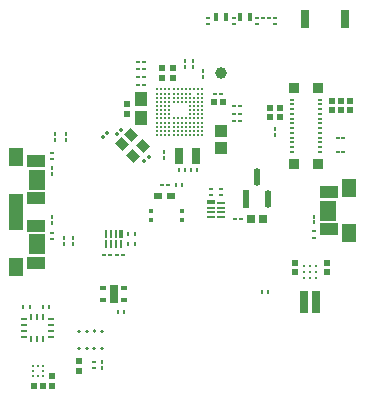
<source format=gtp>
G04*
G04 #@! TF.GenerationSoftware,Altium Limited,Altium Designer,24.9.1 (31)*
G04*
G04 Layer_Color=8421504*
%FSLAX44Y44*%
%MOMM*%
G71*
G04*
G04 #@! TF.SameCoordinates,7AD2B3B8-D285-4593-8982-C88D0E3F9F4F*
G04*
G04*
G04 #@! TF.FilePolarity,Positive*
G04*
G01*
G75*
%ADD15C,0.1750*%
%ADD16R,1.5000X1.0000*%
%ADD17R,1.3500X1.8000*%
%ADD18R,1.2500X1.5700*%
%ADD19R,0.4500X0.4500*%
%ADD20C,0.2170*%
%ADD21R,0.6600X0.2200*%
%ADD22R,0.6600X0.3200*%
%ADD23R,0.3000X0.2800*%
%ADD24R,0.2500X0.3500*%
%ADD25R,0.3500X0.2500*%
G04:AMPARAMS|DCode=26|XSize=0.25mm|YSize=0.35mm|CornerRadius=0mm|HoleSize=0mm|Usage=FLASHONLY|Rotation=315.000|XOffset=0mm|YOffset=0mm|HoleType=Round|Shape=Rectangle|*
%AMROTATEDRECTD26*
4,1,4,-0.2121,-0.0354,0.0354,0.2121,0.2121,0.0354,-0.0354,-0.2121,-0.2121,-0.0354,0.0*
%
%ADD26ROTATEDRECTD26*%

%ADD27R,0.4725X0.4682*%
%ADD28R,0.2800X0.3000*%
%ADD29R,0.4750X0.2500*%
%ADD30R,0.2500X0.4750*%
%ADD31C,0.2080*%
%ADD32R,0.4682X0.4725*%
%ADD33R,0.2200X0.6600*%
%ADD34R,0.3200X0.6600*%
%ADD35R,0.7000X0.5000*%
%ADD36C,1.0000*%
%ADD37R,0.5500X0.3500*%
%ADD38R,0.7000X1.6000*%
G04:AMPARAMS|DCode=39|XSize=1.94mm|YSize=0.76mm|CornerRadius=0.19mm|HoleSize=0mm|Usage=FLASHONLY|Rotation=90.000|XOffset=0mm|YOffset=0mm|HoleType=Round|Shape=RoundedRectangle|*
%AMROUNDEDRECTD39*
21,1,1.9400,0.3800,0,0,90.0*
21,1,1.5600,0.7600,0,0,90.0*
1,1,0.3800,0.1900,0.7800*
1,1,0.3800,0.1900,-0.7800*
1,1,0.3800,-0.1900,-0.7800*
1,1,0.3800,-0.1900,0.7800*
%
%ADD39ROUNDEDRECTD39*%
%ADD40R,1.0200X1.0600*%
%ADD41R,0.6957X0.6825*%
%ADD42R,0.3500X0.6500*%
%ADD43R,1.1062X1.2549*%
%ADD44R,0.7500X1.4000*%
G04:AMPARAMS|DCode=45|XSize=1.5242mm|YSize=0.578mm|CornerRadius=0.289mm|HoleSize=0mm|Usage=FLASHONLY|Rotation=90.000|XOffset=0mm|YOffset=0mm|HoleType=Round|Shape=RoundedRectangle|*
%AMROUNDEDRECTD45*
21,1,1.5242,0.0000,0,0,90.0*
21,1,0.9463,0.5780,0,0,90.0*
1,1,0.5780,0.0000,0.4731*
1,1,0.5780,0.0000,-0.4731*
1,1,0.5780,0.0000,-0.4731*
1,1,0.5780,0.0000,0.4731*
%
%ADD45ROUNDEDRECTD45*%
%ADD46R,0.5780X1.5242*%
%ADD47R,0.8000X1.6000*%
G04:AMPARAMS|DCode=48|XSize=0.9mm|YSize=0.8mm|CornerRadius=0mm|HoleSize=0mm|Usage=FLASHONLY|Rotation=135.000|XOffset=0mm|YOffset=0mm|HoleType=Round|Shape=Rectangle|*
%AMROTATEDRECTD48*
4,1,4,0.6010,-0.0354,0.0354,-0.6010,-0.6010,0.0354,-0.0354,0.6010,0.6010,-0.0354,0.0*
%
%ADD48ROTATEDRECTD48*%

%ADD49R,0.9200X0.9000*%
%ADD50R,0.4000X0.2000*%
%ADD51C,0.2900*%
G04:AMPARAMS|DCode=52|XSize=0.28mm|YSize=0.3mm|CornerRadius=0mm|HoleSize=0mm|Usage=FLASHONLY|Rotation=45.000|XOffset=0mm|YOffset=0mm|HoleType=Round|Shape=Rectangle|*
%AMROTATEDRECTD52*
4,1,4,0.0071,-0.2051,-0.2051,0.0071,-0.0071,0.2051,0.2051,-0.0071,0.0071,-0.2051,0.0*
%
%ADD52ROTATEDRECTD52*%

D15*
X85325Y81870D02*
G03*
X85325Y81870I-875J0D01*
G01*
X78825D02*
G03*
X78825Y81870I-875J0D01*
G01*
X72325D02*
G03*
X72325Y81870I-875J0D01*
G01*
X65825D02*
G03*
X65825Y81870I-875J0D01*
G01*
Y67370D02*
G03*
X65825Y67370I-875J0D01*
G01*
X72325D02*
G03*
X72325Y67370I-875J0D01*
G01*
X78825D02*
G03*
X78825Y67370I-875J0D01*
G01*
X85325D02*
G03*
X85325Y67370I-875J0D01*
G01*
D16*
X28360Y225765D02*
D03*
Y194765D02*
D03*
X28360Y140126D02*
D03*
Y171125D02*
D03*
X276860Y199650D02*
D03*
Y168650D02*
D03*
D17*
X29110Y210266D02*
D03*
X29110Y155625D02*
D03*
X276110Y184150D02*
D03*
D18*
X11610Y190916D02*
D03*
Y229615D02*
D03*
X11610Y174975D02*
D03*
Y136275D02*
D03*
X293610Y164800D02*
D03*
Y203500D02*
D03*
D19*
X125430Y183757D02*
D03*
X151930Y183757D02*
D03*
X125430Y176258D02*
D03*
X151930Y176258D02*
D03*
D20*
X169412Y248195D02*
D03*
X165912D02*
D03*
X162412D02*
D03*
X158912D02*
D03*
X155412D02*
D03*
X151912D02*
D03*
X148412D02*
D03*
X144912D02*
D03*
X141412D02*
D03*
X137912D02*
D03*
X134412D02*
D03*
X130912D02*
D03*
X169412Y251695D02*
D03*
X165912D02*
D03*
X162412D02*
D03*
X158912D02*
D03*
X155412D02*
D03*
X151912D02*
D03*
X148412D02*
D03*
X144912D02*
D03*
X141412D02*
D03*
X137912D02*
D03*
X134412D02*
D03*
X130912D02*
D03*
X169412Y255195D02*
D03*
X165912D02*
D03*
X162412D02*
D03*
X158912D02*
D03*
X155412D02*
D03*
X151912D02*
D03*
X148412D02*
D03*
X144912D02*
D03*
X141412D02*
D03*
X137912D02*
D03*
X134412D02*
D03*
X130912D02*
D03*
X169412Y258695D02*
D03*
X165912D02*
D03*
X162412D02*
D03*
X158912D02*
D03*
X155412D02*
D03*
X151912D02*
D03*
X148412D02*
D03*
X144912D02*
D03*
X141412D02*
D03*
X137912D02*
D03*
X134412D02*
D03*
X130912D02*
D03*
X169412Y262195D02*
D03*
X165912D02*
D03*
X162412D02*
D03*
X158912D02*
D03*
X155412D02*
D03*
X151912D02*
D03*
X148412D02*
D03*
X144912D02*
D03*
X141412D02*
D03*
X137912D02*
D03*
X134412D02*
D03*
X130912D02*
D03*
X169412Y265695D02*
D03*
X165912D02*
D03*
X162412D02*
D03*
X158912D02*
D03*
X141412D02*
D03*
X137912D02*
D03*
X134412D02*
D03*
X130912D02*
D03*
X169412Y269195D02*
D03*
X165912D02*
D03*
X162412D02*
D03*
X158912D02*
D03*
X141412D02*
D03*
X137912D02*
D03*
X134412D02*
D03*
X130912D02*
D03*
X169412Y272695D02*
D03*
X165912D02*
D03*
X162412D02*
D03*
X158912D02*
D03*
X141412D02*
D03*
X137912D02*
D03*
X134412D02*
D03*
X130912D02*
D03*
X169412Y276195D02*
D03*
X165912D02*
D03*
X162412D02*
D03*
X158912D02*
D03*
X155412D02*
D03*
X151912D02*
D03*
X148412D02*
D03*
X144912D02*
D03*
X141412D02*
D03*
X137912D02*
D03*
X134412D02*
D03*
X130912D02*
D03*
X169412Y279695D02*
D03*
X165912D02*
D03*
X162412D02*
D03*
X158912D02*
D03*
X155412D02*
D03*
X151912D02*
D03*
X148412D02*
D03*
X144912D02*
D03*
X141412D02*
D03*
X137912D02*
D03*
X134412D02*
D03*
X130912D02*
D03*
X169412Y283195D02*
D03*
X165912D02*
D03*
X158912D02*
D03*
X155412D02*
D03*
X151912D02*
D03*
X148412D02*
D03*
X144912D02*
D03*
X141412D02*
D03*
X137912D02*
D03*
X134412D02*
D03*
X130912D02*
D03*
X169412Y286695D02*
D03*
X165912D02*
D03*
X162412D02*
D03*
X158912D02*
D03*
X155412D02*
D03*
X151912D02*
D03*
X148412D02*
D03*
X144912D02*
D03*
X141412D02*
D03*
X137912D02*
D03*
X134412D02*
D03*
X130912D02*
D03*
D21*
X185167Y190726D02*
D03*
Y186726D02*
D03*
Y182726D02*
D03*
Y178726D02*
D03*
X176767D02*
D03*
Y182726D02*
D03*
Y186726D02*
D03*
D22*
Y191226D02*
D03*
D23*
Y197426D02*
D03*
Y202726D02*
D03*
X185167Y197426D02*
D03*
Y202726D02*
D03*
X77450Y56131D02*
D03*
Y50831D02*
D03*
X264245Y161206D02*
D03*
Y166506D02*
D03*
X41910Y232855D02*
D03*
Y227556D02*
D03*
X231100Y341780D02*
D03*
Y347080D02*
D03*
X196042Y341780D02*
D03*
Y347080D02*
D03*
X174275Y342080D02*
D03*
Y347380D02*
D03*
X41910Y165190D02*
D03*
Y159890D02*
D03*
X215860Y341780D02*
D03*
Y347080D02*
D03*
D24*
X154645Y311054D02*
D03*
Y306054D02*
D03*
X161327Y311054D02*
D03*
Y306054D02*
D03*
X59605Y155625D02*
D03*
Y160625D02*
D03*
X136827Y229035D02*
D03*
Y234035D02*
D03*
X84450Y50807D02*
D03*
Y55807D02*
D03*
X170180Y297300D02*
D03*
Y302300D02*
D03*
X264160Y174070D02*
D03*
Y179070D02*
D03*
X41910Y220515D02*
D03*
Y215515D02*
D03*
X230684Y252999D02*
D03*
Y247999D02*
D03*
X41910Y178334D02*
D03*
Y173334D02*
D03*
X44450Y249021D02*
D03*
Y244021D02*
D03*
X53816D02*
D03*
Y249021D02*
D03*
X52070Y160625D02*
D03*
Y155625D02*
D03*
D25*
X288770Y246000D02*
D03*
X283770D02*
D03*
X114500Y304050D02*
D03*
Y290830D02*
D03*
Y297434D02*
D03*
Y310210D02*
D03*
X97214Y146400D02*
D03*
X102214D02*
D03*
X119500Y310210D02*
D03*
Y304050D02*
D03*
Y297434D02*
D03*
Y290830D02*
D03*
X196140Y259861D02*
D03*
X201140D02*
D03*
X196140Y266307D02*
D03*
X201140D02*
D03*
X196140Y272861D02*
D03*
X201140D02*
D03*
X86014Y146400D02*
D03*
X91014D02*
D03*
X134958Y205868D02*
D03*
X139958D02*
D03*
X185380Y283195D02*
D03*
X180380D02*
D03*
X283770Y234000D02*
D03*
X288770D02*
D03*
X201850Y177320D02*
D03*
X196850D02*
D03*
X220940Y347080D02*
D03*
X225940D02*
D03*
D26*
X88900Y250190D02*
D03*
X85365Y246654D02*
D03*
D27*
X135497Y304752D02*
D03*
Y296709D02*
D03*
X144145Y304752D02*
D03*
Y296709D02*
D03*
X42072Y43933D02*
D03*
Y35890D02*
D03*
X64950Y48528D02*
D03*
Y56571D02*
D03*
X105331Y265941D02*
D03*
Y273984D02*
D03*
X294640Y277021D02*
D03*
Y268978D02*
D03*
X287020Y277021D02*
D03*
Y268978D02*
D03*
X279400Y277021D02*
D03*
Y268978D02*
D03*
X274550Y132033D02*
D03*
Y140076D02*
D03*
X247650D02*
D03*
Y132033D02*
D03*
D28*
X39886Y102365D02*
D03*
X34586D02*
D03*
X23011Y102350D02*
D03*
X17711D02*
D03*
X106704Y164590D02*
D03*
X112004D02*
D03*
X106704Y156190D02*
D03*
X112004D02*
D03*
X151912Y205740D02*
D03*
X146612D02*
D03*
X154562Y218420D02*
D03*
X149262D02*
D03*
X159762D02*
D03*
X165062D02*
D03*
X219955Y115061D02*
D03*
X225255D02*
D03*
X97882Y98270D02*
D03*
X103182D02*
D03*
D29*
X41246Y77085D02*
D03*
Y82085D02*
D03*
Y87085D02*
D03*
Y92085D02*
D03*
X17986D02*
D03*
Y87085D02*
D03*
Y82085D02*
D03*
Y77085D02*
D03*
D30*
X34616Y93715D02*
D03*
X29616D02*
D03*
X24616D02*
D03*
Y75455D02*
D03*
X29616D02*
D03*
X34616D02*
D03*
D31*
X26351Y44267D02*
D03*
Y48267D02*
D03*
Y52267D02*
D03*
X30352Y44267D02*
D03*
Y52267D02*
D03*
X34351Y44267D02*
D03*
Y48267D02*
D03*
Y52267D02*
D03*
D32*
X26458Y35859D02*
D03*
X34501D02*
D03*
X234706Y271257D02*
D03*
X226663D02*
D03*
X234706Y263637D02*
D03*
X226663D02*
D03*
X178859Y276195D02*
D03*
X186901D02*
D03*
D33*
X100114Y156190D02*
D03*
X96114D02*
D03*
X92114D02*
D03*
X88115D02*
D03*
Y164590D02*
D03*
X92114D02*
D03*
X96114D02*
D03*
D34*
X100615D02*
D03*
D35*
X143085Y196489D02*
D03*
X132086D02*
D03*
D36*
X185420Y300550D02*
D03*
D37*
X103364Y108318D02*
D03*
Y118318D02*
D03*
X84864D02*
D03*
Y108318D02*
D03*
D38*
X94114Y113318D02*
D03*
D39*
X265430Y106680D02*
D03*
X255270D02*
D03*
D40*
X185167Y236781D02*
D03*
Y251341D02*
D03*
D41*
X220544Y177320D02*
D03*
X210876D02*
D03*
D42*
X181150Y347980D02*
D03*
X189650D02*
D03*
X201450D02*
D03*
X209950D02*
D03*
D43*
X117000Y278894D02*
D03*
Y262381D02*
D03*
D44*
X149799Y230645D02*
D03*
X164299D02*
D03*
D45*
X215710Y212302D02*
D03*
X225210Y194098D02*
D03*
D46*
X206210D02*
D03*
D47*
X256050Y346710D02*
D03*
X290050D02*
D03*
D48*
X118703Y238408D02*
D03*
X108803Y248307D02*
D03*
X101025Y240529D02*
D03*
X110924Y230630D02*
D03*
D49*
X266900Y288000D02*
D03*
X266900Y224000D02*
D03*
X247100Y224000D02*
D03*
Y288000D02*
D03*
D50*
X245000Y234000D02*
D03*
Y237999D02*
D03*
Y241999D02*
D03*
Y246000D02*
D03*
Y250000D02*
D03*
Y254000D02*
D03*
Y257999D02*
D03*
Y261999D02*
D03*
Y266000D02*
D03*
X245000Y270000D02*
D03*
X245000Y274000D02*
D03*
X245000Y277999D02*
D03*
X269000D02*
D03*
Y274000D02*
D03*
Y270000D02*
D03*
Y266000D02*
D03*
Y261999D02*
D03*
Y257999D02*
D03*
Y254000D02*
D03*
Y250000D02*
D03*
Y246000D02*
D03*
Y241999D02*
D03*
Y237999D02*
D03*
Y234000D02*
D03*
D51*
X255270Y127080D02*
D03*
Y132080D02*
D03*
Y137080D02*
D03*
X260270Y127080D02*
D03*
Y132080D02*
D03*
Y137080D02*
D03*
X265270Y127080D02*
D03*
Y132080D02*
D03*
Y137080D02*
D03*
D52*
X123822Y229563D02*
D03*
X120074Y225815D02*
D03*
X96740Y248737D02*
D03*
X100487Y252484D02*
D03*
M02*

</source>
